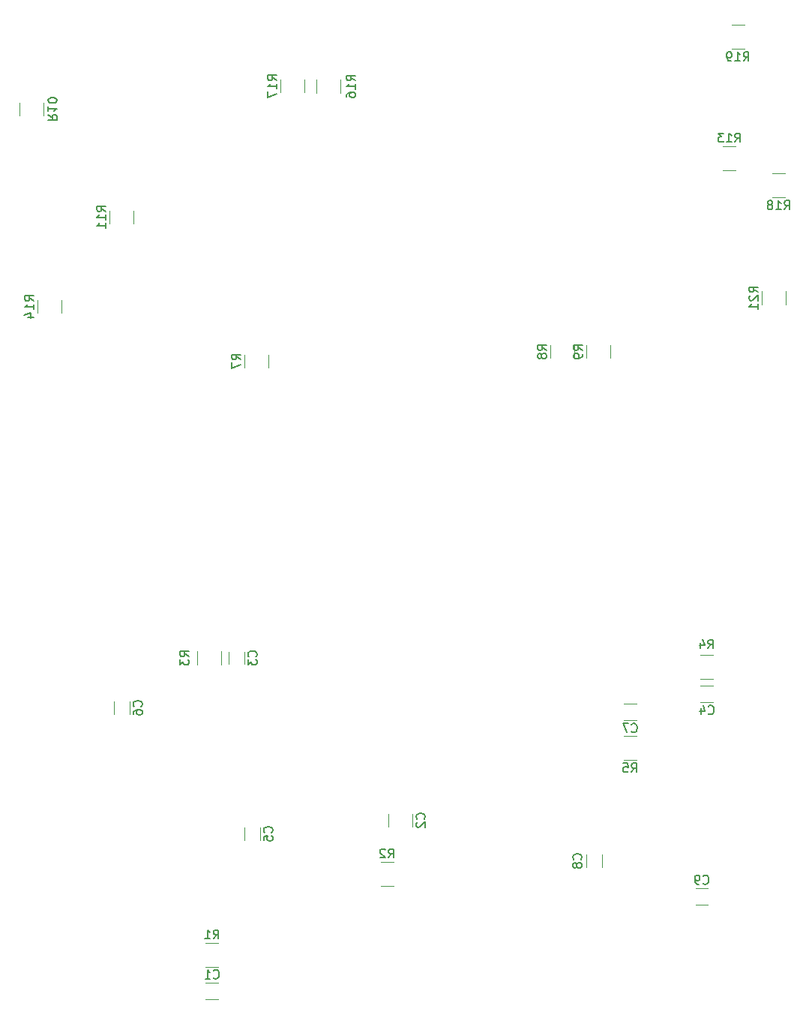
<source format=gbr>
%TF.GenerationSoftware,KiCad,Pcbnew,5.1.10*%
%TF.CreationDate,2021-07-13T19:10:57+02:00*%
%TF.ProjectId,lni-badge,6c6e692d-6261-4646-9765-2e6b69636164,rev?*%
%TF.SameCoordinates,Original*%
%TF.FileFunction,Legend,Bot*%
%TF.FilePolarity,Positive*%
%FSLAX46Y46*%
G04 Gerber Fmt 4.6, Leading zero omitted, Abs format (unit mm)*
G04 Created by KiCad (PCBNEW 5.1.10) date 2021-07-13 19:10:57*
%MOMM*%
%LPD*%
G01*
G04 APERTURE LIST*
%ADD10C,0.120000*%
%ADD11C,0.150000*%
G04 APERTURE END LIST*
D10*
%TO.C,R9*%
X151553000Y-72910263D02*
X151553000Y-74357737D01*
X154263000Y-72910263D02*
X154263000Y-74357737D01*
%TO.C,C8*%
X151490000Y-130391248D02*
X151490000Y-131813752D01*
X153310000Y-130391248D02*
X153310000Y-131813752D01*
%TO.C,R21*%
X171365000Y-66840263D02*
X171365000Y-68287737D01*
X174075000Y-66840263D02*
X174075000Y-68287737D01*
%TO.C,R19*%
X167906263Y-39455000D02*
X169353737Y-39455000D01*
X167906263Y-36745000D02*
X169353737Y-36745000D01*
%TO.C,R18*%
X172504263Y-56219000D02*
X173951737Y-56219000D01*
X172504263Y-53509000D02*
X173951737Y-53509000D01*
%TO.C,R17*%
X117009000Y-42938263D02*
X117009000Y-44385737D01*
X119719000Y-42938263D02*
X119719000Y-44385737D01*
%TO.C,R16*%
X121073000Y-42964263D02*
X121073000Y-44411737D01*
X123783000Y-42964263D02*
X123783000Y-44411737D01*
%TO.C,R14*%
X89577000Y-67830263D02*
X89577000Y-69277737D01*
X92287000Y-67830263D02*
X92287000Y-69277737D01*
%TO.C,R13*%
X168389737Y-50461000D02*
X166942263Y-50461000D01*
X168389737Y-53171000D02*
X166942263Y-53171000D01*
%TO.C,R11*%
X97705000Y-57722263D02*
X97705000Y-59169737D01*
X100415000Y-57722263D02*
X100415000Y-59169737D01*
%TO.C,R10*%
X90255000Y-46977737D02*
X90255000Y-45530263D01*
X87545000Y-46977737D02*
X87545000Y-45530263D01*
%TO.C,R8*%
X147489000Y-72910263D02*
X147489000Y-74357737D01*
X150199000Y-72910263D02*
X150199000Y-74357737D01*
%TO.C,R7*%
X112945000Y-73978263D02*
X112945000Y-75425737D01*
X115655000Y-73978263D02*
X115655000Y-75425737D01*
%TO.C,R5*%
X155714263Y-119719000D02*
X157161737Y-119719000D01*
X155714263Y-117009000D02*
X157161737Y-117009000D01*
%TO.C,R4*%
X164402263Y-110575000D02*
X165849737Y-110575000D01*
X164402263Y-107865000D02*
X165849737Y-107865000D01*
%TO.C,R3*%
X110321000Y-108927737D02*
X110321000Y-107480263D01*
X107611000Y-108927737D02*
X107611000Y-107480263D01*
%TO.C,R2*%
X129729737Y-131233000D02*
X128282263Y-131233000D01*
X129729737Y-133943000D02*
X128282263Y-133943000D01*
%TO.C,R1*%
X109969737Y-140377000D02*
X108522263Y-140377000D01*
X109969737Y-143087000D02*
X108522263Y-143087000D01*
%TO.C,C9*%
X165264752Y-134218000D02*
X163842248Y-134218000D01*
X165264752Y-136038000D02*
X163842248Y-136038000D01*
%TO.C,C7*%
X155752748Y-115210000D02*
X157175252Y-115210000D01*
X155752748Y-113390000D02*
X157175252Y-113390000D01*
%TO.C,C6*%
X99970000Y-114541752D02*
X99970000Y-113119248D01*
X98150000Y-114541752D02*
X98150000Y-113119248D01*
%TO.C,C5*%
X114702000Y-128765752D02*
X114702000Y-127343248D01*
X112882000Y-128765752D02*
X112882000Y-127343248D01*
%TO.C,C4*%
X164427248Y-113178000D02*
X165849752Y-113178000D01*
X164427248Y-111358000D02*
X165849752Y-111358000D01*
%TO.C,C3*%
X112924000Y-108915252D02*
X112924000Y-107492748D01*
X111104000Y-108915252D02*
X111104000Y-107492748D01*
%TO.C,C2*%
X131916000Y-127241752D02*
X131916000Y-125819248D01*
X129196000Y-127241752D02*
X129196000Y-125819248D01*
%TO.C,C1*%
X109969752Y-144886000D02*
X108547248Y-144886000D01*
X109969752Y-146706000D02*
X108547248Y-146706000D01*
%TO.C,R9*%
D11*
X151080380Y-73467333D02*
X150604190Y-73134000D01*
X151080380Y-72895904D02*
X150080380Y-72895904D01*
X150080380Y-73276857D01*
X150128000Y-73372095D01*
X150175619Y-73419714D01*
X150270857Y-73467333D01*
X150413714Y-73467333D01*
X150508952Y-73419714D01*
X150556571Y-73372095D01*
X150604190Y-73276857D01*
X150604190Y-72895904D01*
X151080380Y-73943523D02*
X151080380Y-74134000D01*
X151032761Y-74229238D01*
X150985142Y-74276857D01*
X150842285Y-74372095D01*
X150651809Y-74419714D01*
X150270857Y-74419714D01*
X150175619Y-74372095D01*
X150128000Y-74324476D01*
X150080380Y-74229238D01*
X150080380Y-74038761D01*
X150128000Y-73943523D01*
X150175619Y-73895904D01*
X150270857Y-73848285D01*
X150508952Y-73848285D01*
X150604190Y-73895904D01*
X150651809Y-73943523D01*
X150699428Y-74038761D01*
X150699428Y-74229238D01*
X150651809Y-74324476D01*
X150604190Y-74372095D01*
X150508952Y-74419714D01*
%TO.C,C8*%
X150907142Y-130935833D02*
X150954761Y-130888214D01*
X151002380Y-130745357D01*
X151002380Y-130650119D01*
X150954761Y-130507261D01*
X150859523Y-130412023D01*
X150764285Y-130364404D01*
X150573809Y-130316785D01*
X150430952Y-130316785D01*
X150240476Y-130364404D01*
X150145238Y-130412023D01*
X150050000Y-130507261D01*
X150002380Y-130650119D01*
X150002380Y-130745357D01*
X150050000Y-130888214D01*
X150097619Y-130935833D01*
X150430952Y-131507261D02*
X150383333Y-131412023D01*
X150335714Y-131364404D01*
X150240476Y-131316785D01*
X150192857Y-131316785D01*
X150097619Y-131364404D01*
X150050000Y-131412023D01*
X150002380Y-131507261D01*
X150002380Y-131697738D01*
X150050000Y-131792976D01*
X150097619Y-131840595D01*
X150192857Y-131888214D01*
X150240476Y-131888214D01*
X150335714Y-131840595D01*
X150383333Y-131792976D01*
X150430952Y-131697738D01*
X150430952Y-131507261D01*
X150478571Y-131412023D01*
X150526190Y-131364404D01*
X150621428Y-131316785D01*
X150811904Y-131316785D01*
X150907142Y-131364404D01*
X150954761Y-131412023D01*
X151002380Y-131507261D01*
X151002380Y-131697738D01*
X150954761Y-131792976D01*
X150907142Y-131840595D01*
X150811904Y-131888214D01*
X150621428Y-131888214D01*
X150526190Y-131840595D01*
X150478571Y-131792976D01*
X150430952Y-131697738D01*
%TO.C,R21*%
X170892380Y-66921142D02*
X170416190Y-66587809D01*
X170892380Y-66349714D02*
X169892380Y-66349714D01*
X169892380Y-66730666D01*
X169940000Y-66825904D01*
X169987619Y-66873523D01*
X170082857Y-66921142D01*
X170225714Y-66921142D01*
X170320952Y-66873523D01*
X170368571Y-66825904D01*
X170416190Y-66730666D01*
X170416190Y-66349714D01*
X169987619Y-67302095D02*
X169940000Y-67349714D01*
X169892380Y-67444952D01*
X169892380Y-67683047D01*
X169940000Y-67778285D01*
X169987619Y-67825904D01*
X170082857Y-67873523D01*
X170178095Y-67873523D01*
X170320952Y-67825904D01*
X170892380Y-67254476D01*
X170892380Y-67873523D01*
X170892380Y-68825904D02*
X170892380Y-68254476D01*
X170892380Y-68540190D02*
X169892380Y-68540190D01*
X170035238Y-68444952D01*
X170130476Y-68349714D01*
X170178095Y-68254476D01*
%TO.C,R19*%
X169272857Y-40832380D02*
X169606190Y-40356190D01*
X169844285Y-40832380D02*
X169844285Y-39832380D01*
X169463333Y-39832380D01*
X169368095Y-39880000D01*
X169320476Y-39927619D01*
X169272857Y-40022857D01*
X169272857Y-40165714D01*
X169320476Y-40260952D01*
X169368095Y-40308571D01*
X169463333Y-40356190D01*
X169844285Y-40356190D01*
X168320476Y-40832380D02*
X168891904Y-40832380D01*
X168606190Y-40832380D02*
X168606190Y-39832380D01*
X168701428Y-39975238D01*
X168796666Y-40070476D01*
X168891904Y-40118095D01*
X167844285Y-40832380D02*
X167653809Y-40832380D01*
X167558571Y-40784761D01*
X167510952Y-40737142D01*
X167415714Y-40594285D01*
X167368095Y-40403809D01*
X167368095Y-40022857D01*
X167415714Y-39927619D01*
X167463333Y-39880000D01*
X167558571Y-39832380D01*
X167749047Y-39832380D01*
X167844285Y-39880000D01*
X167891904Y-39927619D01*
X167939523Y-40022857D01*
X167939523Y-40260952D01*
X167891904Y-40356190D01*
X167844285Y-40403809D01*
X167749047Y-40451428D01*
X167558571Y-40451428D01*
X167463333Y-40403809D01*
X167415714Y-40356190D01*
X167368095Y-40260952D01*
%TO.C,R18*%
X173870857Y-57596380D02*
X174204190Y-57120190D01*
X174442285Y-57596380D02*
X174442285Y-56596380D01*
X174061333Y-56596380D01*
X173966095Y-56644000D01*
X173918476Y-56691619D01*
X173870857Y-56786857D01*
X173870857Y-56929714D01*
X173918476Y-57024952D01*
X173966095Y-57072571D01*
X174061333Y-57120190D01*
X174442285Y-57120190D01*
X172918476Y-57596380D02*
X173489904Y-57596380D01*
X173204190Y-57596380D02*
X173204190Y-56596380D01*
X173299428Y-56739238D01*
X173394666Y-56834476D01*
X173489904Y-56882095D01*
X172347047Y-57024952D02*
X172442285Y-56977333D01*
X172489904Y-56929714D01*
X172537523Y-56834476D01*
X172537523Y-56786857D01*
X172489904Y-56691619D01*
X172442285Y-56644000D01*
X172347047Y-56596380D01*
X172156571Y-56596380D01*
X172061333Y-56644000D01*
X172013714Y-56691619D01*
X171966095Y-56786857D01*
X171966095Y-56834476D01*
X172013714Y-56929714D01*
X172061333Y-56977333D01*
X172156571Y-57024952D01*
X172347047Y-57024952D01*
X172442285Y-57072571D01*
X172489904Y-57120190D01*
X172537523Y-57215428D01*
X172537523Y-57405904D01*
X172489904Y-57501142D01*
X172442285Y-57548761D01*
X172347047Y-57596380D01*
X172156571Y-57596380D01*
X172061333Y-57548761D01*
X172013714Y-57501142D01*
X171966095Y-57405904D01*
X171966095Y-57215428D01*
X172013714Y-57120190D01*
X172061333Y-57072571D01*
X172156571Y-57024952D01*
%TO.C,R17*%
X116536380Y-43019142D02*
X116060190Y-42685809D01*
X116536380Y-42447714D02*
X115536380Y-42447714D01*
X115536380Y-42828666D01*
X115584000Y-42923904D01*
X115631619Y-42971523D01*
X115726857Y-43019142D01*
X115869714Y-43019142D01*
X115964952Y-42971523D01*
X116012571Y-42923904D01*
X116060190Y-42828666D01*
X116060190Y-42447714D01*
X116536380Y-43971523D02*
X116536380Y-43400095D01*
X116536380Y-43685809D02*
X115536380Y-43685809D01*
X115679238Y-43590571D01*
X115774476Y-43495333D01*
X115822095Y-43400095D01*
X115536380Y-44304857D02*
X115536380Y-44971523D01*
X116536380Y-44542952D01*
%TO.C,R16*%
X125420380Y-43045142D02*
X124944190Y-42711809D01*
X125420380Y-42473714D02*
X124420380Y-42473714D01*
X124420380Y-42854666D01*
X124468000Y-42949904D01*
X124515619Y-42997523D01*
X124610857Y-43045142D01*
X124753714Y-43045142D01*
X124848952Y-42997523D01*
X124896571Y-42949904D01*
X124944190Y-42854666D01*
X124944190Y-42473714D01*
X125420380Y-43997523D02*
X125420380Y-43426095D01*
X125420380Y-43711809D02*
X124420380Y-43711809D01*
X124563238Y-43616571D01*
X124658476Y-43521333D01*
X124706095Y-43426095D01*
X124420380Y-44854666D02*
X124420380Y-44664190D01*
X124468000Y-44568952D01*
X124515619Y-44521333D01*
X124658476Y-44426095D01*
X124848952Y-44378476D01*
X125229904Y-44378476D01*
X125325142Y-44426095D01*
X125372761Y-44473714D01*
X125420380Y-44568952D01*
X125420380Y-44759428D01*
X125372761Y-44854666D01*
X125325142Y-44902285D01*
X125229904Y-44949904D01*
X124991809Y-44949904D01*
X124896571Y-44902285D01*
X124848952Y-44854666D01*
X124801333Y-44759428D01*
X124801333Y-44568952D01*
X124848952Y-44473714D01*
X124896571Y-44426095D01*
X124991809Y-44378476D01*
%TO.C,R14*%
X89104380Y-67911142D02*
X88628190Y-67577809D01*
X89104380Y-67339714D02*
X88104380Y-67339714D01*
X88104380Y-67720666D01*
X88152000Y-67815904D01*
X88199619Y-67863523D01*
X88294857Y-67911142D01*
X88437714Y-67911142D01*
X88532952Y-67863523D01*
X88580571Y-67815904D01*
X88628190Y-67720666D01*
X88628190Y-67339714D01*
X89104380Y-68863523D02*
X89104380Y-68292095D01*
X89104380Y-68577809D02*
X88104380Y-68577809D01*
X88247238Y-68482571D01*
X88342476Y-68387333D01*
X88390095Y-68292095D01*
X88437714Y-69720666D02*
X89104380Y-69720666D01*
X88056761Y-69482571D02*
X88771047Y-69244476D01*
X88771047Y-69863523D01*
%TO.C,R13*%
X168308857Y-49988380D02*
X168642190Y-49512190D01*
X168880285Y-49988380D02*
X168880285Y-48988380D01*
X168499333Y-48988380D01*
X168404095Y-49036000D01*
X168356476Y-49083619D01*
X168308857Y-49178857D01*
X168308857Y-49321714D01*
X168356476Y-49416952D01*
X168404095Y-49464571D01*
X168499333Y-49512190D01*
X168880285Y-49512190D01*
X167356476Y-49988380D02*
X167927904Y-49988380D01*
X167642190Y-49988380D02*
X167642190Y-48988380D01*
X167737428Y-49131238D01*
X167832666Y-49226476D01*
X167927904Y-49274095D01*
X167023142Y-48988380D02*
X166404095Y-48988380D01*
X166737428Y-49369333D01*
X166594571Y-49369333D01*
X166499333Y-49416952D01*
X166451714Y-49464571D01*
X166404095Y-49559809D01*
X166404095Y-49797904D01*
X166451714Y-49893142D01*
X166499333Y-49940761D01*
X166594571Y-49988380D01*
X166880285Y-49988380D01*
X166975523Y-49940761D01*
X167023142Y-49893142D01*
%TO.C,R11*%
X97232380Y-57803142D02*
X96756190Y-57469809D01*
X97232380Y-57231714D02*
X96232380Y-57231714D01*
X96232380Y-57612666D01*
X96280000Y-57707904D01*
X96327619Y-57755523D01*
X96422857Y-57803142D01*
X96565714Y-57803142D01*
X96660952Y-57755523D01*
X96708571Y-57707904D01*
X96756190Y-57612666D01*
X96756190Y-57231714D01*
X97232380Y-58755523D02*
X97232380Y-58184095D01*
X97232380Y-58469809D02*
X96232380Y-58469809D01*
X96375238Y-58374571D01*
X96470476Y-58279333D01*
X96518095Y-58184095D01*
X97232380Y-59707904D02*
X97232380Y-59136476D01*
X97232380Y-59422190D02*
X96232380Y-59422190D01*
X96375238Y-59326952D01*
X96470476Y-59231714D01*
X96518095Y-59136476D01*
%TO.C,R10*%
X90727619Y-46896857D02*
X91203809Y-47230190D01*
X90727619Y-47468285D02*
X91727619Y-47468285D01*
X91727619Y-47087333D01*
X91680000Y-46992095D01*
X91632380Y-46944476D01*
X91537142Y-46896857D01*
X91394285Y-46896857D01*
X91299047Y-46944476D01*
X91251428Y-46992095D01*
X91203809Y-47087333D01*
X91203809Y-47468285D01*
X90727619Y-45944476D02*
X90727619Y-46515904D01*
X90727619Y-46230190D02*
X91727619Y-46230190D01*
X91584761Y-46325428D01*
X91489523Y-46420666D01*
X91441904Y-46515904D01*
X91727619Y-45325428D02*
X91727619Y-45230190D01*
X91680000Y-45134952D01*
X91632380Y-45087333D01*
X91537142Y-45039714D01*
X91346666Y-44992095D01*
X91108571Y-44992095D01*
X90918095Y-45039714D01*
X90822857Y-45087333D01*
X90775238Y-45134952D01*
X90727619Y-45230190D01*
X90727619Y-45325428D01*
X90775238Y-45420666D01*
X90822857Y-45468285D01*
X90918095Y-45515904D01*
X91108571Y-45563523D01*
X91346666Y-45563523D01*
X91537142Y-45515904D01*
X91632380Y-45468285D01*
X91680000Y-45420666D01*
X91727619Y-45325428D01*
%TO.C,R8*%
X147016380Y-73467333D02*
X146540190Y-73134000D01*
X147016380Y-72895904D02*
X146016380Y-72895904D01*
X146016380Y-73276857D01*
X146064000Y-73372095D01*
X146111619Y-73419714D01*
X146206857Y-73467333D01*
X146349714Y-73467333D01*
X146444952Y-73419714D01*
X146492571Y-73372095D01*
X146540190Y-73276857D01*
X146540190Y-72895904D01*
X146444952Y-74038761D02*
X146397333Y-73943523D01*
X146349714Y-73895904D01*
X146254476Y-73848285D01*
X146206857Y-73848285D01*
X146111619Y-73895904D01*
X146064000Y-73943523D01*
X146016380Y-74038761D01*
X146016380Y-74229238D01*
X146064000Y-74324476D01*
X146111619Y-74372095D01*
X146206857Y-74419714D01*
X146254476Y-74419714D01*
X146349714Y-74372095D01*
X146397333Y-74324476D01*
X146444952Y-74229238D01*
X146444952Y-74038761D01*
X146492571Y-73943523D01*
X146540190Y-73895904D01*
X146635428Y-73848285D01*
X146825904Y-73848285D01*
X146921142Y-73895904D01*
X146968761Y-73943523D01*
X147016380Y-74038761D01*
X147016380Y-74229238D01*
X146968761Y-74324476D01*
X146921142Y-74372095D01*
X146825904Y-74419714D01*
X146635428Y-74419714D01*
X146540190Y-74372095D01*
X146492571Y-74324476D01*
X146444952Y-74229238D01*
%TO.C,R7*%
X112472380Y-74535333D02*
X111996190Y-74202000D01*
X112472380Y-73963904D02*
X111472380Y-73963904D01*
X111472380Y-74344857D01*
X111520000Y-74440095D01*
X111567619Y-74487714D01*
X111662857Y-74535333D01*
X111805714Y-74535333D01*
X111900952Y-74487714D01*
X111948571Y-74440095D01*
X111996190Y-74344857D01*
X111996190Y-73963904D01*
X111472380Y-74868666D02*
X111472380Y-75535333D01*
X112472380Y-75106761D01*
%TO.C,R5*%
X156604666Y-121096380D02*
X156938000Y-120620190D01*
X157176095Y-121096380D02*
X157176095Y-120096380D01*
X156795142Y-120096380D01*
X156699904Y-120144000D01*
X156652285Y-120191619D01*
X156604666Y-120286857D01*
X156604666Y-120429714D01*
X156652285Y-120524952D01*
X156699904Y-120572571D01*
X156795142Y-120620190D01*
X157176095Y-120620190D01*
X155699904Y-120096380D02*
X156176095Y-120096380D01*
X156223714Y-120572571D01*
X156176095Y-120524952D01*
X156080857Y-120477333D01*
X155842761Y-120477333D01*
X155747523Y-120524952D01*
X155699904Y-120572571D01*
X155652285Y-120667809D01*
X155652285Y-120905904D01*
X155699904Y-121001142D01*
X155747523Y-121048761D01*
X155842761Y-121096380D01*
X156080857Y-121096380D01*
X156176095Y-121048761D01*
X156223714Y-121001142D01*
%TO.C,R4*%
X165266666Y-107132380D02*
X165600000Y-106656190D01*
X165838095Y-107132380D02*
X165838095Y-106132380D01*
X165457142Y-106132380D01*
X165361904Y-106180000D01*
X165314285Y-106227619D01*
X165266666Y-106322857D01*
X165266666Y-106465714D01*
X165314285Y-106560952D01*
X165361904Y-106608571D01*
X165457142Y-106656190D01*
X165838095Y-106656190D01*
X164409523Y-106465714D02*
X164409523Y-107132380D01*
X164647619Y-106084761D02*
X164885714Y-106799047D01*
X164266666Y-106799047D01*
%TO.C,R3*%
X106624380Y-108037333D02*
X106148190Y-107704000D01*
X106624380Y-107465904D02*
X105624380Y-107465904D01*
X105624380Y-107846857D01*
X105672000Y-107942095D01*
X105719619Y-107989714D01*
X105814857Y-108037333D01*
X105957714Y-108037333D01*
X106052952Y-107989714D01*
X106100571Y-107942095D01*
X106148190Y-107846857D01*
X106148190Y-107465904D01*
X105624380Y-108370666D02*
X105624380Y-108989714D01*
X106005333Y-108656380D01*
X106005333Y-108799238D01*
X106052952Y-108894476D01*
X106100571Y-108942095D01*
X106195809Y-108989714D01*
X106433904Y-108989714D01*
X106529142Y-108942095D01*
X106576761Y-108894476D01*
X106624380Y-108799238D01*
X106624380Y-108513523D01*
X106576761Y-108418285D01*
X106529142Y-108370666D01*
%TO.C,R2*%
X129172666Y-130760380D02*
X129506000Y-130284190D01*
X129744095Y-130760380D02*
X129744095Y-129760380D01*
X129363142Y-129760380D01*
X129267904Y-129808000D01*
X129220285Y-129855619D01*
X129172666Y-129950857D01*
X129172666Y-130093714D01*
X129220285Y-130188952D01*
X129267904Y-130236571D01*
X129363142Y-130284190D01*
X129744095Y-130284190D01*
X128791714Y-129855619D02*
X128744095Y-129808000D01*
X128648857Y-129760380D01*
X128410761Y-129760380D01*
X128315523Y-129808000D01*
X128267904Y-129855619D01*
X128220285Y-129950857D01*
X128220285Y-130046095D01*
X128267904Y-130188952D01*
X128839333Y-130760380D01*
X128220285Y-130760380D01*
%TO.C,R1*%
X109412666Y-139904380D02*
X109746000Y-139428190D01*
X109984095Y-139904380D02*
X109984095Y-138904380D01*
X109603142Y-138904380D01*
X109507904Y-138952000D01*
X109460285Y-138999619D01*
X109412666Y-139094857D01*
X109412666Y-139237714D01*
X109460285Y-139332952D01*
X109507904Y-139380571D01*
X109603142Y-139428190D01*
X109984095Y-139428190D01*
X108460285Y-139904380D02*
X109031714Y-139904380D01*
X108746000Y-139904380D02*
X108746000Y-138904380D01*
X108841238Y-139047238D01*
X108936476Y-139142476D01*
X109031714Y-139190095D01*
%TO.C,C9*%
X164720166Y-133635142D02*
X164767785Y-133682761D01*
X164910642Y-133730380D01*
X165005880Y-133730380D01*
X165148738Y-133682761D01*
X165243976Y-133587523D01*
X165291595Y-133492285D01*
X165339214Y-133301809D01*
X165339214Y-133158952D01*
X165291595Y-132968476D01*
X165243976Y-132873238D01*
X165148738Y-132778000D01*
X165005880Y-132730380D01*
X164910642Y-132730380D01*
X164767785Y-132778000D01*
X164720166Y-132825619D01*
X164243976Y-133730380D02*
X164053500Y-133730380D01*
X163958261Y-133682761D01*
X163910642Y-133635142D01*
X163815404Y-133492285D01*
X163767785Y-133301809D01*
X163767785Y-132920857D01*
X163815404Y-132825619D01*
X163863023Y-132778000D01*
X163958261Y-132730380D01*
X164148738Y-132730380D01*
X164243976Y-132778000D01*
X164291595Y-132825619D01*
X164339214Y-132920857D01*
X164339214Y-133158952D01*
X164291595Y-133254190D01*
X164243976Y-133301809D01*
X164148738Y-133349428D01*
X163958261Y-133349428D01*
X163863023Y-133301809D01*
X163815404Y-133254190D01*
X163767785Y-133158952D01*
%TO.C,C7*%
X156630666Y-116507142D02*
X156678285Y-116554761D01*
X156821142Y-116602380D01*
X156916380Y-116602380D01*
X157059238Y-116554761D01*
X157154476Y-116459523D01*
X157202095Y-116364285D01*
X157249714Y-116173809D01*
X157249714Y-116030952D01*
X157202095Y-115840476D01*
X157154476Y-115745238D01*
X157059238Y-115650000D01*
X156916380Y-115602380D01*
X156821142Y-115602380D01*
X156678285Y-115650000D01*
X156630666Y-115697619D01*
X156297333Y-115602380D02*
X155630666Y-115602380D01*
X156059238Y-116602380D01*
%TO.C,C6*%
X101267142Y-113663833D02*
X101314761Y-113616214D01*
X101362380Y-113473357D01*
X101362380Y-113378119D01*
X101314761Y-113235261D01*
X101219523Y-113140023D01*
X101124285Y-113092404D01*
X100933809Y-113044785D01*
X100790952Y-113044785D01*
X100600476Y-113092404D01*
X100505238Y-113140023D01*
X100410000Y-113235261D01*
X100362380Y-113378119D01*
X100362380Y-113473357D01*
X100410000Y-113616214D01*
X100457619Y-113663833D01*
X100362380Y-114520976D02*
X100362380Y-114330500D01*
X100410000Y-114235261D01*
X100457619Y-114187642D01*
X100600476Y-114092404D01*
X100790952Y-114044785D01*
X101171904Y-114044785D01*
X101267142Y-114092404D01*
X101314761Y-114140023D01*
X101362380Y-114235261D01*
X101362380Y-114425738D01*
X101314761Y-114520976D01*
X101267142Y-114568595D01*
X101171904Y-114616214D01*
X100933809Y-114616214D01*
X100838571Y-114568595D01*
X100790952Y-114520976D01*
X100743333Y-114425738D01*
X100743333Y-114235261D01*
X100790952Y-114140023D01*
X100838571Y-114092404D01*
X100933809Y-114044785D01*
%TO.C,C5*%
X115999142Y-127887833D02*
X116046761Y-127840214D01*
X116094380Y-127697357D01*
X116094380Y-127602119D01*
X116046761Y-127459261D01*
X115951523Y-127364023D01*
X115856285Y-127316404D01*
X115665809Y-127268785D01*
X115522952Y-127268785D01*
X115332476Y-127316404D01*
X115237238Y-127364023D01*
X115142000Y-127459261D01*
X115094380Y-127602119D01*
X115094380Y-127697357D01*
X115142000Y-127840214D01*
X115189619Y-127887833D01*
X115094380Y-128792595D02*
X115094380Y-128316404D01*
X115570571Y-128268785D01*
X115522952Y-128316404D01*
X115475333Y-128411642D01*
X115475333Y-128649738D01*
X115522952Y-128744976D01*
X115570571Y-128792595D01*
X115665809Y-128840214D01*
X115903904Y-128840214D01*
X115999142Y-128792595D01*
X116046761Y-128744976D01*
X116094380Y-128649738D01*
X116094380Y-128411642D01*
X116046761Y-128316404D01*
X115999142Y-128268785D01*
%TO.C,C4*%
X165305166Y-114475142D02*
X165352785Y-114522761D01*
X165495642Y-114570380D01*
X165590880Y-114570380D01*
X165733738Y-114522761D01*
X165828976Y-114427523D01*
X165876595Y-114332285D01*
X165924214Y-114141809D01*
X165924214Y-113998952D01*
X165876595Y-113808476D01*
X165828976Y-113713238D01*
X165733738Y-113618000D01*
X165590880Y-113570380D01*
X165495642Y-113570380D01*
X165352785Y-113618000D01*
X165305166Y-113665619D01*
X164448023Y-113903714D02*
X164448023Y-114570380D01*
X164686119Y-113522761D02*
X164924214Y-114237047D01*
X164305166Y-114237047D01*
%TO.C,C3*%
X114221142Y-108037333D02*
X114268761Y-107989714D01*
X114316380Y-107846857D01*
X114316380Y-107751619D01*
X114268761Y-107608761D01*
X114173523Y-107513523D01*
X114078285Y-107465904D01*
X113887809Y-107418285D01*
X113744952Y-107418285D01*
X113554476Y-107465904D01*
X113459238Y-107513523D01*
X113364000Y-107608761D01*
X113316380Y-107751619D01*
X113316380Y-107846857D01*
X113364000Y-107989714D01*
X113411619Y-108037333D01*
X113316380Y-108370666D02*
X113316380Y-108989714D01*
X113697333Y-108656380D01*
X113697333Y-108799238D01*
X113744952Y-108894476D01*
X113792571Y-108942095D01*
X113887809Y-108989714D01*
X114125904Y-108989714D01*
X114221142Y-108942095D01*
X114268761Y-108894476D01*
X114316380Y-108799238D01*
X114316380Y-108513523D01*
X114268761Y-108418285D01*
X114221142Y-108370666D01*
%TO.C,C2*%
X133213142Y-126363833D02*
X133260761Y-126316214D01*
X133308380Y-126173357D01*
X133308380Y-126078119D01*
X133260761Y-125935261D01*
X133165523Y-125840023D01*
X133070285Y-125792404D01*
X132879809Y-125744785D01*
X132736952Y-125744785D01*
X132546476Y-125792404D01*
X132451238Y-125840023D01*
X132356000Y-125935261D01*
X132308380Y-126078119D01*
X132308380Y-126173357D01*
X132356000Y-126316214D01*
X132403619Y-126363833D01*
X132403619Y-126744785D02*
X132356000Y-126792404D01*
X132308380Y-126887642D01*
X132308380Y-127125738D01*
X132356000Y-127220976D01*
X132403619Y-127268595D01*
X132498857Y-127316214D01*
X132594095Y-127316214D01*
X132736952Y-127268595D01*
X133308380Y-126697166D01*
X133308380Y-127316214D01*
%TO.C,C1*%
X109425166Y-144303142D02*
X109472785Y-144350761D01*
X109615642Y-144398380D01*
X109710880Y-144398380D01*
X109853738Y-144350761D01*
X109948976Y-144255523D01*
X109996595Y-144160285D01*
X110044214Y-143969809D01*
X110044214Y-143826952D01*
X109996595Y-143636476D01*
X109948976Y-143541238D01*
X109853738Y-143446000D01*
X109710880Y-143398380D01*
X109615642Y-143398380D01*
X109472785Y-143446000D01*
X109425166Y-143493619D01*
X108472785Y-144398380D02*
X109044214Y-144398380D01*
X108758500Y-144398380D02*
X108758500Y-143398380D01*
X108853738Y-143541238D01*
X108948976Y-143636476D01*
X109044214Y-143684095D01*
%TD*%
M02*

</source>
